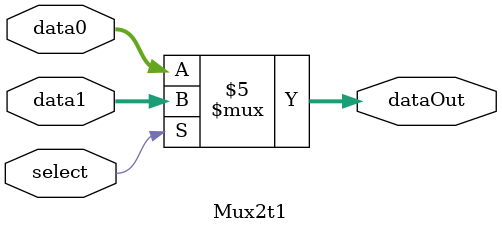
<source format=sv>
module Mux2t1(data0, data1, select, dataOut);

  input logic select;
  input logic [31:0] data0;
  input logic [31:0] data1;
  output logic [31:0] dataOut=0;
  
  always @(*) begin
    if (select == 1) dataOut <= data1;
    else dataOut <= data0;
  end
endmodule
</source>
